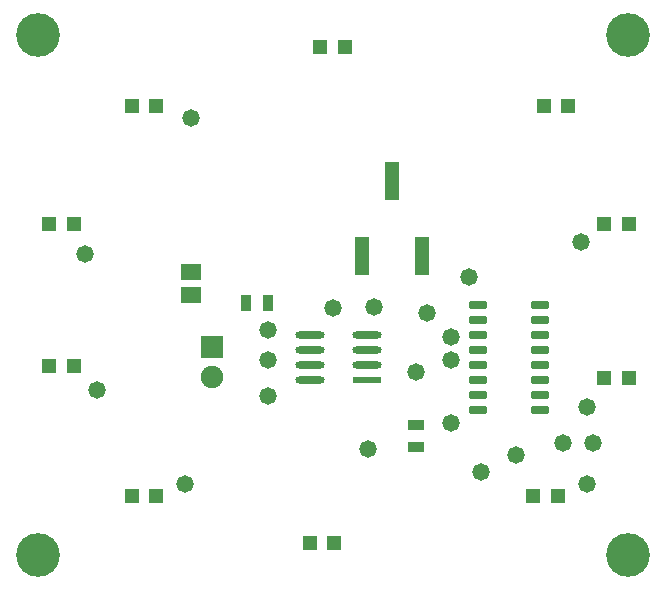
<source format=gts>
G04*
G04 #@! TF.GenerationSoftware,Altium Limited,Altium Designer,25.2.1 (25)*
G04*
G04 Layer_Color=8388736*
%FSLAX44Y44*%
%MOMM*%
G71*
G04*
G04 #@! TF.SameCoordinates,F4E26A61-E02E-48EF-B3E5-39454B4B8AAE*
G04*
G04*
G04 #@! TF.FilePolarity,Negative*
G04*
G01*
G75*
%ADD14R,1.2000X1.2000*%
%ADD15R,1.4000X0.9500*%
%ADD16R,1.1900X3.3000*%
G04:AMPARAMS|DCode=17|XSize=2.4692mm|YSize=0.6221mm|CornerRadius=0.3111mm|HoleSize=0mm|Usage=FLASHONLY|Rotation=180.000|XOffset=0mm|YOffset=0mm|HoleType=Round|Shape=RoundedRectangle|*
%AMROUNDEDRECTD17*
21,1,2.4692,0.0000,0,0,180.0*
21,1,1.8470,0.6221,0,0,180.0*
1,1,0.6221,-0.9235,0.0000*
1,1,0.6221,0.9235,0.0000*
1,1,0.6221,0.9235,0.0000*
1,1,0.6221,-0.9235,0.0000*
%
%ADD17ROUNDEDRECTD17*%
%ADD18R,2.4692X0.6221*%
%ADD19R,0.9500X1.4000*%
G04:AMPARAMS|DCode=21|XSize=0.7532mm|YSize=1.4532mm|CornerRadius=0.1511mm|HoleSize=0mm|Usage=FLASHONLY|Rotation=270.000|XOffset=0mm|YOffset=0mm|HoleType=Round|Shape=RoundedRectangle|*
%AMROUNDEDRECTD21*
21,1,0.7532,1.1510,0,0,270.0*
21,1,0.4510,1.4532,0,0,270.0*
1,1,0.3022,-0.5755,-0.2255*
1,1,0.3022,-0.5755,0.2255*
1,1,0.3022,0.5755,0.2255*
1,1,0.3022,0.5755,-0.2255*
%
%ADD21ROUNDEDRECTD21*%
%ADD22R,1.6532X1.4032*%
%ADD23R,1.9032X1.9032*%
%ADD24C,1.9032*%
%ADD25C,3.7032*%
%ADD26C,1.4732*%
D14*
X680500Y910000D02*
D03*
X659500D02*
D03*
X680500Y790000D02*
D03*
X659500D02*
D03*
X750500Y680000D02*
D03*
X729500D02*
D03*
X1129500Y780000D02*
D03*
X1150500D02*
D03*
X1129500Y910000D02*
D03*
X1150500D02*
D03*
X1078250Y1010000D02*
D03*
X1099250D02*
D03*
X889000Y1060000D02*
D03*
X910000D02*
D03*
X750500Y1010000D02*
D03*
X729500D02*
D03*
X901250Y640000D02*
D03*
X880250D02*
D03*
X1090500Y680000D02*
D03*
X1069500D02*
D03*
D15*
X970000Y721500D02*
D03*
Y740000D02*
D03*
D16*
X975400Y883000D02*
D03*
X924600D02*
D03*
X950000Y947000D02*
D03*
D17*
X880104Y778510D02*
D03*
Y791210D02*
D03*
Y803910D02*
D03*
Y816610D02*
D03*
X928376D02*
D03*
Y803910D02*
D03*
Y791210D02*
D03*
D18*
Y778510D02*
D03*
D19*
X826410Y843280D02*
D03*
X844910D02*
D03*
D21*
X1075270Y753110D02*
D03*
Y765810D02*
D03*
Y778510D02*
D03*
Y791210D02*
D03*
Y803910D02*
D03*
Y816610D02*
D03*
Y829310D02*
D03*
Y842010D02*
D03*
X1022770Y753110D02*
D03*
Y765810D02*
D03*
Y778510D02*
D03*
Y791210D02*
D03*
Y803910D02*
D03*
Y816610D02*
D03*
Y829310D02*
D03*
Y842010D02*
D03*
D22*
X780000Y870000D02*
D03*
Y850000D02*
D03*
D23*
X797560Y806450D02*
D03*
D24*
Y781050D02*
D03*
D25*
X1150000Y630000D02*
D03*
X650000D02*
D03*
Y1070000D02*
D03*
X1150000D02*
D03*
D26*
X900000Y839150D02*
D03*
X1115000Y690000D02*
D03*
X1000000Y815000D02*
D03*
X1120000Y725000D02*
D03*
X1015000Y865000D02*
D03*
X970000Y785000D02*
D03*
X1000000Y795000D02*
D03*
Y741700D02*
D03*
X775000Y690000D02*
D03*
X1025000Y700000D02*
D03*
X700000Y770000D02*
D03*
X1055000Y715000D02*
D03*
X845000Y795000D02*
D03*
X690000Y885000D02*
D03*
X1095000Y725000D02*
D03*
X780000Y1000000D02*
D03*
X980000Y835000D02*
D03*
X1110000Y895000D02*
D03*
X1115000Y755000D02*
D03*
X844828Y820172D02*
D03*
X930000Y720000D02*
D03*
X935000Y840000D02*
D03*
X845000Y765000D02*
D03*
M02*

</source>
